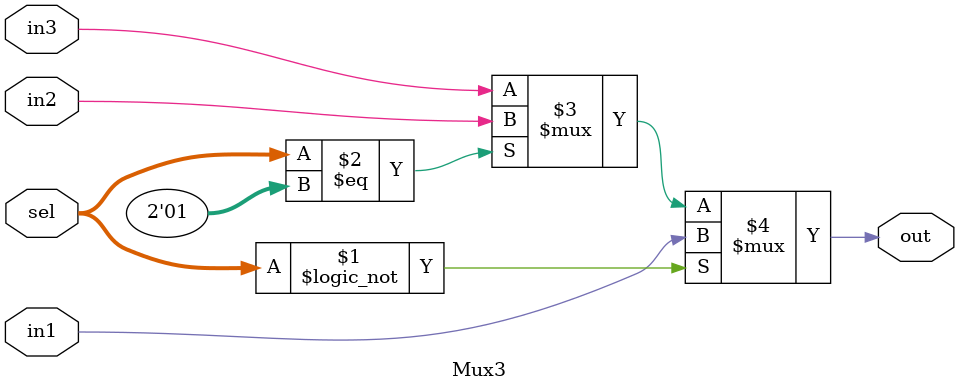
<source format=sv>
/**@file
 * @brief     Multiplexer 
 * @author    Igor Lesik
 * @copyright Igor Lesik 2014
 *
 */

module Mux3 #(
    parameter WIDTH = 1
)(
    input  wire [WIDTH-1:0]  in1,
    input  wire [WIDTH-1:0]  in2,
    input  wire [WIDTH-1:0]  in3,
    input  wire [1:0]        sel,
    output wire [WIDTH-1:0]  out
);

assign out = (sel == 0) ? in1 :
             (sel == 1) ? in2 : in3;

endmodule

</source>
